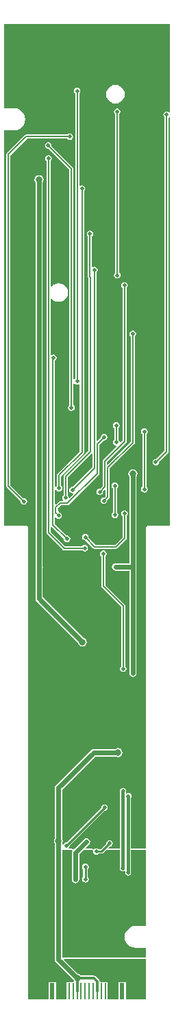
<source format=gbl>
%FSLAX25Y25*%
%MOIN*%
G70*
G01*
G75*
G04 Layer_Physical_Order=2*
G04 Layer_Color=16711680*
%ADD10C,0.05906*%
%ADD11R,0.02362X0.02756*%
%ADD12R,0.02756X0.02362*%
%ADD13R,0.03150X0.03937*%
%ADD14R,0.03937X0.03150*%
%ADD15R,0.02559X0.02165*%
%ADD16R,0.02165X0.02559*%
%ADD17R,0.03543X0.03150*%
%ADD18R,0.03543X0.03150*%
%ADD19R,0.01575X0.03937*%
%ADD20O,0.01181X0.07874*%
%ADD21R,0.01181X0.07874*%
%ADD22R,0.03937X0.01575*%
%ADD23R,0.02362X0.07874*%
%ADD24R,0.01063X0.07874*%
%ADD25R,0.05118X0.05118*%
%ADD26R,0.00787X0.02362*%
%ADD27R,0.00787X0.03150*%
%ADD28R,0.02362X0.00787*%
%ADD29R,0.03150X0.00787*%
%ADD30R,0.05118X0.15748*%
%ADD31R,0.03150X0.03543*%
%ADD32R,0.03150X0.03543*%
%ADD33R,0.06299X0.07480*%
%ADD34R,0.02756X0.13386*%
%ADD35R,0.02756X0.06102*%
%ADD36R,0.07874X0.10000*%
%ADD37R,0.04724X0.03937*%
%ADD38R,0.07480X0.06299*%
%ADD39R,0.13386X0.02756*%
%ADD40C,0.00787*%
%ADD41C,0.02362*%
%ADD42C,0.01000*%
%ADD43C,0.01575*%
%ADD44C,0.01181*%
%ADD45C,0.01969*%
%ADD46C,0.03150*%
G36*
X69863Y-439548D02*
X64961D01*
Y-439521D01*
X63573Y-439704D01*
X62280Y-440239D01*
X61170Y-441091D01*
X60318Y-442202D01*
X59782Y-443495D01*
X59600Y-444882D01*
X59782Y-446270D01*
X60318Y-447563D01*
X61170Y-448673D01*
X62280Y-449525D01*
X63573Y-450060D01*
X64961Y-450243D01*
Y-450216D01*
X69863D01*
Y-454800D01*
X29287D01*
Y-402700D01*
X33961D01*
X34197Y-403141D01*
X34109Y-403272D01*
X33972Y-403963D01*
Y-417017D01*
X34109Y-417709D01*
X34501Y-418295D01*
X35087Y-418686D01*
X35778Y-418824D01*
X36469Y-418686D01*
X37055Y-418295D01*
X37447Y-417709D01*
X37584Y-417017D01*
Y-404711D01*
X39596Y-402700D01*
X43979D01*
X44297Y-403087D01*
X44260Y-403268D01*
X44383Y-403882D01*
X44731Y-404403D01*
X45252Y-404751D01*
X45866Y-404873D01*
X46481Y-404751D01*
X47001Y-404403D01*
X47017Y-404380D01*
X48432D01*
X48432Y-404380D01*
X48858Y-404295D01*
X49218Y-404054D01*
X50573Y-402700D01*
X57375D01*
Y-411614D01*
X57481Y-412152D01*
X57786Y-412608D01*
X58242Y-412912D01*
X58780Y-413019D01*
X59317Y-412912D01*
X59534Y-412768D01*
X59975Y-413003D01*
Y-413680D01*
X60082Y-414217D01*
X60386Y-414673D01*
X60842Y-414978D01*
X61380Y-415085D01*
X61917Y-414978D01*
X62373Y-414673D01*
X62678Y-414217D01*
X62785Y-413680D01*
Y-402700D01*
X69863D01*
Y-439548D01*
D02*
G37*
G36*
X81674Y-43597D02*
X81214Y-43904D01*
X80693Y-43556D01*
X80079Y-43434D01*
X79464Y-43556D01*
X78943Y-43904D01*
X78595Y-44425D01*
X78473Y-45039D01*
X78595Y-45654D01*
X78943Y-46175D01*
X79075Y-46263D01*
Y-208403D01*
X74996Y-212483D01*
X74810Y-212446D01*
X74195Y-212568D01*
X73675Y-212916D01*
X73327Y-213437D01*
X73204Y-214052D01*
X73327Y-214666D01*
X73675Y-215187D01*
X74195Y-215535D01*
X74810Y-215657D01*
X75424Y-215535D01*
X75945Y-215187D01*
X76293Y-214666D01*
X76416Y-214052D01*
X76391Y-213926D01*
X80788Y-209528D01*
X81006Y-209203D01*
X81082Y-208819D01*
Y-46617D01*
X81523Y-46381D01*
X81674Y-46482D01*
Y-245060D01*
X70866D01*
X70482Y-245136D01*
X70157Y-245354D01*
X69939Y-245679D01*
X69863Y-246063D01*
Y-402061D01*
X62785D01*
Y-377226D01*
X62863Y-377109D01*
X62985Y-376494D01*
X62863Y-375880D01*
X62515Y-375359D01*
X61994Y-375011D01*
X61380Y-374889D01*
X60765Y-375011D01*
X60625Y-375104D01*
X60185Y-374869D01*
Y-374807D01*
X60302Y-374630D01*
X60425Y-374016D01*
X60302Y-373401D01*
X59954Y-372880D01*
X59433Y-372532D01*
X58819Y-372410D01*
X58204Y-372532D01*
X57683Y-372880D01*
X57336Y-373401D01*
X57213Y-374016D01*
X57336Y-374630D01*
X57375Y-374689D01*
Y-402061D01*
X51865D01*
X51674Y-401599D01*
X52272Y-401000D01*
X52300Y-401006D01*
X52915Y-400883D01*
X53435Y-400535D01*
X53783Y-400014D01*
X53906Y-399400D01*
X53783Y-398785D01*
X53435Y-398265D01*
X52915Y-397917D01*
X52300Y-397794D01*
X51686Y-397917D01*
X51165Y-398265D01*
X50817Y-398785D01*
X50694Y-399400D01*
X50700Y-399428D01*
X47972Y-402156D01*
X47017D01*
X47001Y-402132D01*
X46481Y-401784D01*
X45866Y-401662D01*
X45252Y-401784D01*
X44731Y-402132D01*
X44627Y-402287D01*
X44624Y-402286D01*
X44431Y-402248D01*
D01*
D01*
D01*
Y-402248D01*
X44232Y-402166D01*
X44042Y-402064D01*
X44010Y-402073D01*
X43979Y-402061D01*
X40888D01*
X40697Y-401599D01*
X42290Y-400006D01*
X42681Y-399420D01*
X42819Y-398729D01*
X42681Y-398038D01*
X42290Y-397452D01*
X41704Y-397060D01*
X41012Y-396922D01*
X40321Y-397060D01*
X39735Y-397452D01*
X35310Y-401876D01*
X34413Y-402248D01*
D01*
D01*
X34268Y-402188D01*
X34146Y-402088D01*
X34050Y-402098D01*
X33961Y-402061D01*
X32711D01*
X32599Y-401893D01*
X32453Y-401620D01*
X32783Y-401126D01*
X32905Y-400512D01*
X32899Y-400484D01*
X49815Y-383569D01*
X49843Y-383574D01*
X50457Y-383452D01*
X50978Y-383104D01*
X51326Y-382583D01*
X51448Y-381968D01*
X51326Y-381354D01*
X50978Y-380833D01*
X50457Y-380485D01*
X49843Y-380363D01*
X49228Y-380485D01*
X48707Y-380833D01*
X48359Y-381354D01*
X48237Y-381968D01*
X48242Y-381996D01*
X31327Y-398912D01*
X31299Y-398906D01*
X30685Y-399028D01*
X30164Y-399376D01*
X29816Y-399897D01*
X29784Y-400056D01*
X29287Y-400007D01*
Y-399221D01*
X29480Y-398931D01*
X29648Y-398087D01*
X29480Y-397242D01*
X29287Y-396952D01*
Y-373110D01*
X45315Y-357082D01*
X55223D01*
X55572Y-357315D01*
X56417Y-357483D01*
X57262Y-357315D01*
X57978Y-356837D01*
X58457Y-356120D01*
X58625Y-355276D01*
X58457Y-354431D01*
X57978Y-353714D01*
X57262Y-353236D01*
X56417Y-353068D01*
X55572Y-353236D01*
X55223Y-353469D01*
X44567D01*
X43876Y-353607D01*
X43290Y-353998D01*
X26203Y-371085D01*
X25811Y-371671D01*
X25674Y-372362D01*
X25674Y-372362D01*
X25674D01*
X25674Y-372362D01*
X25674D01*
Y-396833D01*
X25401Y-397242D01*
X25233Y-398087D01*
X25401Y-398931D01*
X25674Y-399340D01*
Y-455801D01*
X25811Y-456493D01*
X26203Y-457079D01*
X34439Y-465315D01*
X34521Y-465727D01*
X34952Y-466371D01*
X34716Y-466812D01*
X31450D01*
Y-475375D01*
X26194D01*
Y-466812D01*
X22650D01*
Y-475375D01*
X12815D01*
Y-246063D01*
X12738Y-245679D01*
X12521Y-245354D01*
X12195Y-245136D01*
X11811Y-245060D01*
X1003D01*
Y-52578D01*
X5906D01*
Y-52605D01*
X7293Y-52422D01*
X8586Y-51887D01*
X9696Y-51035D01*
X10548Y-49924D01*
X11084Y-48632D01*
X11266Y-47244D01*
X11084Y-45857D01*
X10548Y-44564D01*
X9696Y-43453D01*
X8586Y-42601D01*
X7293Y-42066D01*
X5906Y-41883D01*
Y-41910D01*
X1003D01*
Y-1003D01*
X81674D01*
Y-43597D01*
D02*
G37*
G36*
X69863Y-475375D02*
X60210D01*
Y-466812D01*
X56666D01*
Y-475375D01*
X51410D01*
Y-466812D01*
X48673D01*
X47556Y-466589D01*
X47464Y-466128D01*
X47203Y-465737D01*
X47203Y-465737D01*
X45496Y-464030D01*
X45105Y-463769D01*
X44644Y-463678D01*
X44644Y-463678D01*
X38360D01*
X38122Y-463321D01*
X37406Y-462842D01*
X36994Y-462760D01*
X30135Y-455901D01*
X30326Y-455439D01*
X69863D01*
Y-475375D01*
D02*
G37*
%LPC*%
G36*
X17992Y-74406D02*
X17147Y-74575D01*
X16431Y-75053D01*
X15952Y-75769D01*
X15784Y-76614D01*
X15952Y-77459D01*
X16186Y-77808D01*
Y-265015D01*
Y-280394D01*
X16186Y-280394D01*
X16186D01*
X16323Y-281085D01*
X16715Y-281671D01*
X36933Y-301890D01*
X37015Y-302302D01*
X37494Y-303018D01*
X38210Y-303496D01*
X39055Y-303664D01*
X39900Y-303496D01*
X40616Y-303018D01*
X41095Y-302302D01*
X41263Y-301457D01*
X41095Y-300612D01*
X40616Y-299896D01*
X39900Y-299417D01*
X39488Y-299335D01*
X19798Y-279645D01*
Y-265252D01*
X19838Y-265054D01*
X19798Y-264856D01*
Y-77808D01*
X20032Y-77459D01*
X20200Y-76614D01*
X20032Y-75769D01*
X19553Y-75053D01*
X18837Y-74575D01*
X17992Y-74406D01*
D02*
G37*
G36*
X59606Y-237410D02*
X58992Y-237532D01*
X58471Y-237880D01*
X58123Y-238401D01*
X58001Y-239016D01*
X58123Y-239630D01*
X58471Y-240151D01*
X58603Y-240239D01*
Y-250458D01*
X54978Y-254083D01*
X45463D01*
X42069Y-250689D01*
X42100Y-250534D01*
X41978Y-249919D01*
X41630Y-249398D01*
X41109Y-249050D01*
X40494Y-248928D01*
X39880Y-249050D01*
X39359Y-249398D01*
X39011Y-249919D01*
X38889Y-250534D01*
X39011Y-251148D01*
X39359Y-251669D01*
X39880Y-252017D01*
X40494Y-252139D01*
X40650Y-252109D01*
X44337Y-255796D01*
X44555Y-255941D01*
X44663Y-256013D01*
X45047Y-256090D01*
X55394D01*
X55778Y-256013D01*
X56103Y-255796D01*
X60316Y-251583D01*
X60533Y-251258D01*
X60610Y-250874D01*
X60610Y-250874D01*
X60610Y-250874D01*
Y-250874D01*
Y-240239D01*
X60742Y-240151D01*
X61090Y-239630D01*
X61212Y-239016D01*
X61090Y-238401D01*
X60742Y-237880D01*
X60221Y-237532D01*
X59606Y-237410D01*
D02*
G37*
G36*
X49213Y-256938D02*
X48598Y-257060D01*
X48077Y-257408D01*
X47729Y-257929D01*
X47607Y-258543D01*
X47729Y-259158D01*
X48077Y-259679D01*
X48209Y-259767D01*
Y-274213D01*
X48209Y-274213D01*
X48209D01*
X48285Y-274597D01*
X48503Y-274922D01*
X57954Y-284373D01*
Y-313205D01*
X57822Y-313293D01*
X57474Y-313814D01*
X57352Y-314428D01*
X57474Y-315042D01*
X57822Y-315563D01*
X58343Y-315912D01*
X58958Y-316034D01*
X59572Y-315912D01*
X60093Y-315563D01*
X60441Y-315042D01*
X60563Y-314428D01*
X60441Y-313814D01*
X60093Y-313293D01*
X59961Y-313205D01*
Y-283958D01*
X59885Y-283574D01*
X59813Y-283466D01*
X59667Y-283248D01*
X50216Y-273797D01*
Y-259767D01*
X50348Y-259679D01*
X50696Y-259158D01*
X50818Y-258543D01*
X50696Y-257929D01*
X50348Y-257408D01*
X49827Y-257060D01*
X49213Y-256938D01*
D02*
G37*
G36*
X40551Y-409221D02*
X39937Y-409343D01*
X39416Y-409691D01*
X39068Y-410212D01*
X38945Y-410827D01*
X39068Y-411441D01*
X39416Y-411962D01*
X39439Y-411978D01*
Y-415699D01*
X39416Y-415715D01*
X39068Y-416236D01*
X38945Y-416850D01*
X39068Y-417465D01*
X39416Y-417986D01*
X39937Y-418334D01*
X40551Y-418456D01*
X41166Y-418334D01*
X41686Y-417986D01*
X42035Y-417465D01*
X42157Y-416850D01*
X42035Y-416236D01*
X41686Y-415715D01*
X41663Y-415699D01*
Y-411978D01*
X41686Y-411962D01*
X42035Y-411441D01*
X42157Y-410827D01*
X42035Y-410212D01*
X41686Y-409691D01*
X41166Y-409343D01*
X40551Y-409221D01*
D02*
G37*
G36*
X63661Y-217452D02*
X62817Y-217620D01*
X62100Y-218098D01*
X61622Y-218814D01*
X61454Y-219659D01*
X61622Y-220504D01*
X61855Y-220853D01*
Y-263154D01*
X55197D01*
X54506Y-263292D01*
X53920Y-263683D01*
X53528Y-264269D01*
X53391Y-264961D01*
X53528Y-265652D01*
X53920Y-266238D01*
X54506Y-266630D01*
X55197Y-266767D01*
X61855D01*
Y-316614D01*
X61993Y-317305D01*
X62384Y-317892D01*
X62970Y-318283D01*
X63661Y-318421D01*
X64353Y-318283D01*
X64939Y-317892D01*
X65330Y-317305D01*
X65468Y-316614D01*
Y-264961D01*
Y-220853D01*
X65701Y-220504D01*
X65869Y-219659D01*
X65701Y-218814D01*
X65223Y-218098D01*
X64506Y-217620D01*
X63661Y-217452D01*
D02*
G37*
G36*
X54921Y-223867D02*
X54307Y-223989D01*
X53786Y-224337D01*
X53438Y-224858D01*
X53316Y-225472D01*
X53438Y-226087D01*
X53786Y-226608D01*
X53918Y-226696D01*
Y-238383D01*
X53786Y-238471D01*
X53438Y-238992D01*
X53316Y-239606D01*
X53438Y-240221D01*
X53786Y-240742D01*
X54307Y-241090D01*
X54921Y-241212D01*
X55536Y-241090D01*
X56057Y-240742D01*
X56405Y-240221D01*
X56527Y-239606D01*
X56405Y-238992D01*
X56057Y-238471D01*
X55925Y-238383D01*
Y-226696D01*
X56057Y-226608D01*
X56405Y-226087D01*
X56527Y-225472D01*
X56405Y-224858D01*
X56057Y-224337D01*
X55536Y-223989D01*
X54921Y-223867D01*
D02*
G37*
G36*
X55984Y-41977D02*
X55370Y-42099D01*
X54849Y-42447D01*
X54501Y-42968D01*
X54379Y-43583D01*
X54501Y-44197D01*
X54849Y-44718D01*
X55059Y-44859D01*
Y-121887D01*
X54928Y-121975D01*
X54580Y-122496D01*
X54457Y-123110D01*
X54580Y-123725D01*
X54928Y-124246D01*
X55449Y-124594D01*
X56063Y-124716D01*
X56677Y-124594D01*
X57198Y-124246D01*
X57546Y-123725D01*
X57669Y-123110D01*
X57546Y-122496D01*
X57198Y-121975D01*
X57067Y-121887D01*
Y-44754D01*
X57120Y-44718D01*
X57468Y-44197D01*
X57590Y-43583D01*
X57468Y-42968D01*
X57120Y-42447D01*
X56599Y-42099D01*
X55984Y-41977D01*
D02*
G37*
G36*
X32913Y-54103D02*
X32299Y-54225D01*
X31778Y-54573D01*
X31690Y-54705D01*
X11772D01*
X11388Y-54782D01*
X11280Y-54854D01*
X11062Y-54999D01*
X2401Y-63661D01*
X2183Y-63986D01*
X2107Y-64370D01*
Y-225630D01*
X2107Y-225630D01*
X2107D01*
X2183Y-226014D01*
X2401Y-226340D01*
X9016Y-232955D01*
X8985Y-233110D01*
X9107Y-233725D01*
X9455Y-234246D01*
X9976Y-234594D01*
X10591Y-234716D01*
X11205Y-234594D01*
X11726Y-234246D01*
X12074Y-233725D01*
X12196Y-233110D01*
X12074Y-232496D01*
X11726Y-231975D01*
X11205Y-231627D01*
X10591Y-231505D01*
X10435Y-231536D01*
X4114Y-225214D01*
Y-64786D01*
X12187Y-56712D01*
X31690D01*
X31778Y-56844D01*
X32299Y-57192D01*
X32913Y-57314D01*
X33528Y-57192D01*
X34049Y-56844D01*
X34397Y-56323D01*
X34519Y-55709D01*
X34397Y-55094D01*
X34049Y-54573D01*
X33528Y-54225D01*
X32913Y-54103D01*
D02*
G37*
G36*
X55118Y-30473D02*
X53936Y-30628D01*
X52835Y-31085D01*
X51889Y-31810D01*
X51163Y-32756D01*
X50707Y-33858D01*
X50551Y-35039D01*
X50707Y-36221D01*
X51163Y-37323D01*
X51889Y-38269D01*
X52835Y-38994D01*
X53936Y-39450D01*
X55118Y-39606D01*
X56300Y-39450D01*
X57402Y-38994D01*
X58347Y-38269D01*
X59073Y-37323D01*
X59529Y-36221D01*
X59685Y-35039D01*
X59529Y-33858D01*
X59073Y-32756D01*
X58347Y-31810D01*
X57402Y-31085D01*
X56300Y-30628D01*
X55118Y-30473D01*
D02*
G37*
G36*
X36496Y-31898D02*
X35882Y-32021D01*
X35361Y-32369D01*
X35013Y-32890D01*
X34890Y-33504D01*
X35013Y-34118D01*
X35361Y-34639D01*
X35493Y-34727D01*
Y-173419D01*
X35091Y-173717D01*
X34744Y-173612D01*
Y-71260D01*
X34680Y-70939D01*
X34667Y-70876D01*
X34450Y-70550D01*
X24055Y-60155D01*
X24086Y-60000D01*
X23964Y-59386D01*
X23616Y-58865D01*
X23095Y-58517D01*
X22480Y-58394D01*
X21866Y-58517D01*
X21345Y-58865D01*
X20997Y-59386D01*
X20875Y-60000D01*
X20997Y-60615D01*
X21345Y-61135D01*
X21866Y-61483D01*
X22480Y-61606D01*
X22636Y-61575D01*
X32737Y-71675D01*
Y-186296D01*
X32605Y-186384D01*
X32257Y-186905D01*
X32135Y-187520D01*
X32257Y-188134D01*
X32605Y-188655D01*
X33126Y-189003D01*
X33740Y-189125D01*
X34355Y-189003D01*
X34876Y-188655D01*
X35224Y-188134D01*
X35346Y-187520D01*
X35224Y-186905D01*
X34876Y-186384D01*
X34744Y-186296D01*
Y-175758D01*
X35222Y-175613D01*
X35361Y-175820D01*
X35882Y-176169D01*
X36496Y-176291D01*
X37110Y-176169D01*
X37374Y-175992D01*
X37815Y-176228D01*
Y-208836D01*
X27007Y-219645D01*
X26789Y-219970D01*
X26713Y-220354D01*
Y-225469D01*
X26581Y-225557D01*
X26246Y-226060D01*
X25767Y-225914D01*
Y-164610D01*
X26017Y-164443D01*
X26365Y-163922D01*
X26487Y-163307D01*
X26365Y-162693D01*
X26017Y-162172D01*
X25496Y-161824D01*
X24882Y-161701D01*
X24267Y-161824D01*
X24043Y-161974D01*
X23602Y-161738D01*
Y-134554D01*
X24075Y-134394D01*
X24330Y-134725D01*
X25276Y-135451D01*
X26377Y-135907D01*
X27559Y-136063D01*
X28741Y-135907D01*
X29842Y-135451D01*
X30788Y-134725D01*
X31514Y-133779D01*
X31970Y-132678D01*
X32126Y-131496D01*
X31970Y-130314D01*
X31514Y-129213D01*
X30788Y-128267D01*
X29842Y-127541D01*
X28741Y-127085D01*
X27559Y-126929D01*
X26377Y-127085D01*
X25276Y-127541D01*
X24330Y-128267D01*
X24075Y-128599D01*
X23602Y-128438D01*
Y-67523D01*
X23734Y-67435D01*
X24082Y-66914D01*
X24204Y-66299D01*
X24082Y-65685D01*
X23734Y-65164D01*
X23213Y-64816D01*
X22598Y-64694D01*
X21984Y-64816D01*
X21463Y-65164D01*
X21115Y-65685D01*
X20993Y-66299D01*
X21115Y-66914D01*
X21463Y-67435D01*
X21595Y-67523D01*
Y-248307D01*
X21595Y-248307D01*
X21595D01*
X21671Y-248691D01*
X21889Y-249017D01*
X29448Y-256576D01*
X29773Y-256793D01*
X30158Y-256870D01*
X38934D01*
X39022Y-257001D01*
X39543Y-257350D01*
X40157Y-257472D01*
X40772Y-257350D01*
X41293Y-257001D01*
X41641Y-256481D01*
X41763Y-255866D01*
X41641Y-255252D01*
X41293Y-254731D01*
X40772Y-254383D01*
X40157Y-254260D01*
X39543Y-254383D01*
X39022Y-254731D01*
X38934Y-254863D01*
X30573D01*
X23602Y-247891D01*
Y-245500D01*
X24000Y-245234D01*
X24064Y-245208D01*
X30000Y-251144D01*
X29969Y-251299D01*
X30091Y-251914D01*
X30439Y-252435D01*
X30960Y-252783D01*
X31575Y-252905D01*
X32189Y-252783D01*
X32710Y-252435D01*
X33058Y-251914D01*
X33180Y-251299D01*
X33058Y-250685D01*
X32710Y-250164D01*
X32189Y-249816D01*
X31575Y-249694D01*
X31419Y-249725D01*
X25767Y-244073D01*
Y-241034D01*
X26246Y-240889D01*
X26384Y-241096D01*
X26905Y-241444D01*
X27520Y-241566D01*
X28134Y-241444D01*
X28655Y-241096D01*
X29003Y-240575D01*
X29125Y-239961D01*
X29003Y-239346D01*
X28655Y-238825D01*
X28134Y-238477D01*
X27520Y-238355D01*
X27145Y-236472D01*
Y-236439D01*
X28644Y-234941D01*
X31811D01*
X32195Y-234864D01*
X32521Y-234647D01*
X47048Y-220119D01*
X47266Y-219794D01*
X47278Y-219730D01*
X47342Y-219409D01*
Y-205534D01*
X49490Y-203386D01*
X49646Y-203417D01*
X50260Y-203294D01*
X50781Y-202946D01*
X51129Y-202426D01*
X51251Y-201811D01*
X51129Y-201197D01*
X50781Y-200676D01*
X50260Y-200328D01*
X49646Y-200205D01*
X49031Y-200328D01*
X48510Y-200676D01*
X48162Y-201197D01*
X48040Y-201811D01*
X48071Y-201967D01*
X46426Y-203611D01*
X45964Y-203420D01*
Y-121853D01*
X46096Y-121765D01*
X46444Y-121244D01*
X46566Y-120630D01*
X46444Y-120016D01*
X46096Y-119495D01*
X45575Y-119147D01*
X44961Y-119024D01*
X44346Y-119147D01*
X44240Y-119218D01*
X43799Y-118982D01*
Y-104216D01*
X43931Y-104128D01*
X44279Y-103607D01*
X44401Y-102992D01*
X44279Y-102378D01*
X43931Y-101857D01*
X43410Y-101509D01*
X42795Y-101386D01*
X42181Y-101509D01*
X41660Y-101857D01*
X41312Y-102378D01*
X41190Y-102992D01*
X41312Y-103607D01*
X41660Y-104128D01*
X41792Y-104216D01*
Y-123791D01*
X41792Y-123791D01*
X41792D01*
X41868Y-124175D01*
X41870Y-124179D01*
Y-208403D01*
X30117Y-220157D01*
X29900Y-220482D01*
X29823Y-220866D01*
Y-230154D01*
X29691Y-230243D01*
X29343Y-230764D01*
X29221Y-231378D01*
X29343Y-231992D01*
X29678Y-232492D01*
X29566Y-232700D01*
X29411Y-232933D01*
X28228D01*
X27908Y-232997D01*
X27844Y-233010D01*
X27519Y-233227D01*
X26229Y-234517D01*
X25767Y-234326D01*
Y-227471D01*
X26246Y-227326D01*
X26581Y-227828D01*
X27102Y-228176D01*
X27716Y-228299D01*
X28331Y-228176D01*
X28852Y-227828D01*
X29200Y-227307D01*
X29322Y-226693D01*
X29200Y-226079D01*
X28852Y-225557D01*
X28720Y-225469D01*
Y-220770D01*
X39529Y-209962D01*
X39746Y-209636D01*
X39822Y-209252D01*
Y-82208D01*
X39954Y-82120D01*
X40302Y-81599D01*
X40424Y-80984D01*
X40302Y-80370D01*
X39954Y-79849D01*
X39433Y-79501D01*
X38819Y-79379D01*
X38204Y-79501D01*
X37941Y-79677D01*
X37500Y-79441D01*
Y-34727D01*
X37631Y-34639D01*
X37980Y-34118D01*
X38102Y-33504D01*
X37980Y-32890D01*
X37631Y-32369D01*
X37110Y-32021D01*
X36496Y-31898D01*
D02*
G37*
G36*
X69252Y-197568D02*
X68638Y-197690D01*
X68117Y-198038D01*
X67769Y-198559D01*
X67646Y-199173D01*
X67769Y-199788D01*
X68117Y-200309D01*
X68248Y-200397D01*
Y-225981D01*
X68117Y-226069D01*
X67769Y-226590D01*
X67646Y-227205D01*
X67769Y-227819D01*
X68117Y-228340D01*
X68638Y-228688D01*
X69252Y-228810D01*
X69866Y-228688D01*
X70387Y-228340D01*
X70735Y-227819D01*
X70858Y-227205D01*
X70735Y-226590D01*
X70387Y-226069D01*
X70256Y-225981D01*
Y-200397D01*
X70387Y-200309D01*
X70735Y-199788D01*
X70858Y-199173D01*
X70735Y-198559D01*
X70387Y-198038D01*
X69866Y-197690D01*
X69252Y-197568D01*
D02*
G37*
G36*
X59595Y-126415D02*
X58981Y-126537D01*
X58460Y-126885D01*
X58112Y-127406D01*
X57990Y-128021D01*
X58112Y-128635D01*
X58460Y-129156D01*
X58592Y-129244D01*
Y-203403D01*
X57649Y-204346D01*
X57170Y-204201D01*
X57074Y-203716D01*
X56726Y-203195D01*
X56594Y-203107D01*
Y-197405D01*
X56726Y-197317D01*
X57074Y-196796D01*
X57196Y-196181D01*
X57074Y-195567D01*
X56726Y-195046D01*
X56205Y-194698D01*
X55590Y-194576D01*
X54976Y-194698D01*
X54455Y-195046D01*
X54107Y-195567D01*
X53985Y-196181D01*
X54107Y-196796D01*
X54455Y-197317D01*
X54587Y-197405D01*
Y-203107D01*
X54455Y-203195D01*
X54107Y-203716D01*
X53985Y-204331D01*
X54107Y-204945D01*
X54455Y-205466D01*
X54976Y-205814D01*
X55461Y-205911D01*
X55606Y-206389D01*
X49290Y-212705D01*
X49073Y-213030D01*
X48996Y-213414D01*
Y-225569D01*
X47675Y-226890D01*
X47520Y-226859D01*
X46905Y-226981D01*
X46384Y-227329D01*
X46036Y-227850D01*
X45914Y-228465D01*
X46036Y-229079D01*
X46384Y-229600D01*
X46905Y-229948D01*
X47520Y-230070D01*
X48134Y-229948D01*
X48655Y-229600D01*
X49003Y-229079D01*
X49125Y-228465D01*
X49094Y-228309D01*
X49913Y-227491D01*
X50374Y-227682D01*
Y-230446D01*
X49642Y-231179D01*
X49486Y-231148D01*
X48872Y-231270D01*
X48351Y-231618D01*
X48003Y-232139D01*
X47881Y-232754D01*
X48003Y-233368D01*
X48351Y-233889D01*
X48872Y-234237D01*
X49486Y-234360D01*
X50101Y-234237D01*
X50621Y-233889D01*
X50970Y-233368D01*
X51092Y-232754D01*
X51061Y-232598D01*
X52087Y-231572D01*
X52233Y-231354D01*
X52305Y-231246D01*
X52381Y-230862D01*
Y-217069D01*
X64332Y-205119D01*
X64549Y-204794D01*
X64562Y-204730D01*
X64626Y-204409D01*
Y-152838D01*
X64757Y-152750D01*
X65105Y-152229D01*
X65228Y-151614D01*
X65105Y-151000D01*
X64757Y-150479D01*
X64236Y-150131D01*
X63622Y-150008D01*
X63008Y-150131D01*
X62487Y-150479D01*
X62139Y-151000D01*
X62016Y-151614D01*
X62139Y-152229D01*
X62487Y-152750D01*
X62618Y-152838D01*
Y-203994D01*
X51465Y-215147D01*
X51003Y-214955D01*
Y-213830D01*
X60305Y-204528D01*
X60523Y-204203D01*
X60599Y-203819D01*
X60599Y-203819D01*
X60599Y-203819D01*
Y-203819D01*
Y-129244D01*
X60731Y-129156D01*
X61079Y-128635D01*
X61201Y-128021D01*
X61079Y-127406D01*
X60731Y-126885D01*
X60210Y-126537D01*
X59595Y-126415D01*
D02*
G37*
%LPD*%
G36*
X43957Y-209808D02*
Y-216361D01*
X34351Y-225967D01*
X34195Y-225936D01*
X33581Y-226058D01*
X33060Y-226406D01*
X32712Y-226927D01*
X32590Y-227542D01*
X32712Y-228156D01*
X33060Y-228677D01*
X33581Y-229025D01*
X34195Y-229147D01*
X34582Y-229070D01*
X34817Y-229511D01*
X32893Y-231435D01*
X32415Y-231290D01*
X32310Y-230764D01*
X31962Y-230243D01*
X31830Y-230154D01*
Y-221282D01*
X43495Y-209617D01*
X43957Y-209808D01*
D02*
G37*
D23*
X58438Y-471340D02*
D03*
X24422D02*
D03*
D24*
X42414D02*
D03*
X44383D02*
D03*
X46351D02*
D03*
X48320D02*
D03*
X50288D02*
D03*
X52257D02*
D03*
X40446D02*
D03*
X38477D02*
D03*
X36509D02*
D03*
X34540D02*
D03*
X32572D02*
D03*
X30603D02*
D03*
D40*
X55590Y-204331D02*
Y-196181D01*
X46339Y-219409D02*
Y-205118D01*
X31811Y-233937D02*
X46339Y-219409D01*
X28228Y-233937D02*
X31811D01*
X26142Y-236024D02*
X28228Y-233937D01*
X26142Y-238583D02*
Y-236024D01*
Y-238583D02*
X27520Y-239961D01*
X46339Y-205118D02*
X49646Y-201811D01*
X55984Y-43583D02*
X56063Y-43661D01*
Y-123110D02*
Y-43661D01*
X24764Y-244488D02*
X31575Y-251299D01*
X22598Y-248307D02*
X30158Y-255866D01*
X40157D01*
X22598Y-248307D02*
Y-66299D01*
X22480Y-60000D02*
X33740Y-71260D01*
Y-187520D02*
Y-71260D01*
X36496Y-174685D02*
Y-33504D01*
X11772Y-55709D02*
X32913D01*
X3110Y-64370D02*
X11772Y-55709D01*
X3110Y-225630D02*
Y-64370D01*
Y-225630D02*
X10591Y-233110D01*
X38819Y-209252D02*
Y-80984D01*
X27716Y-220354D02*
X38819Y-209252D01*
X27716Y-226693D02*
Y-220354D01*
X30827Y-231378D02*
Y-220866D01*
X42795Y-123791D02*
Y-102992D01*
X42874Y-208819D02*
Y-123870D01*
X30827Y-220866D02*
X42874Y-208819D01*
X42795Y-123791D02*
X42874Y-123870D01*
X74810Y-214052D02*
X74846D01*
X80079Y-208819D01*
Y-45039D01*
X44961Y-216776D02*
Y-120630D01*
X34195Y-227542D02*
X44961Y-216776D01*
X69252Y-227205D02*
Y-199173D01*
X59606Y-250874D02*
Y-239016D01*
X55394Y-255086D02*
X59606Y-250874D01*
X45047Y-255086D02*
X55394D01*
X40494Y-250534D02*
X45047Y-255086D01*
X54921Y-239606D02*
Y-225472D01*
X59595Y-203819D02*
Y-128021D01*
X50000Y-213414D02*
X59595Y-203819D01*
X50000Y-225984D02*
Y-213414D01*
X47520Y-228465D02*
X50000Y-225984D01*
X63622Y-204409D02*
Y-151614D01*
X51378Y-216653D02*
X63622Y-204409D01*
X51378Y-230862D02*
Y-216653D01*
X49486Y-232754D02*
X51378Y-230862D01*
X58958Y-314428D02*
Y-283958D01*
X49213Y-274213D02*
X58958Y-283958D01*
X49213Y-274213D02*
Y-258543D01*
X24764Y-244488D02*
Y-163425D01*
D41*
X27480Y-455801D02*
X36561Y-464882D01*
X55197Y-264961D02*
X63661D01*
Y-219659D01*
Y-316614D02*
Y-264961D01*
X17992Y-265015D02*
X18032Y-265054D01*
X17992Y-265015D02*
Y-76614D01*
X27480Y-372362D02*
X44567Y-355276D01*
X56417D01*
X27480Y-455801D02*
Y-372362D01*
X17992Y-280394D02*
Y-265015D01*
Y-280394D02*
X39055Y-301457D01*
X35778Y-403963D02*
X41012Y-398729D01*
X35778Y-417017D02*
Y-403963D01*
D42*
X40551Y-416850D02*
Y-410827D01*
X31299Y-400512D02*
X49843Y-381968D01*
X45866Y-403268D02*
X48432D01*
X52300Y-399400D01*
D43*
X58780Y-411614D02*
Y-374055D01*
X61380Y-413680D02*
Y-376494D01*
D44*
X46351Y-471340D02*
Y-466589D01*
X44644Y-464882D02*
X46351Y-466589D01*
X36561Y-464882D02*
X44644D01*
X36509Y-471340D02*
Y-464934D01*
D45*
X23110Y-257638D02*
D03*
X33150Y-247835D02*
D03*
X32953Y-259409D02*
D03*
X36772Y-253465D02*
D03*
X46384Y-250506D02*
D03*
X55590Y-196181D02*
D03*
Y-204331D02*
D03*
X27520Y-239961D02*
D03*
X49646Y-201811D02*
D03*
X56575Y-247362D02*
D03*
X34488Y-221890D02*
D03*
X55984Y-43583D02*
D03*
X56063Y-123110D02*
D03*
X24882Y-163307D02*
D03*
X31575Y-251299D02*
D03*
X40157Y-255866D02*
D03*
X22598Y-66299D02*
D03*
X22480Y-60000D02*
D03*
X33740Y-187520D02*
D03*
X36496Y-33504D02*
D03*
Y-174685D02*
D03*
X32913Y-55709D02*
D03*
X10591Y-233110D02*
D03*
X38819Y-80984D02*
D03*
X27716Y-226693D02*
D03*
X42795Y-102992D02*
D03*
X74810Y-214052D02*
D03*
X80079Y-45039D02*
D03*
X44961Y-120630D02*
D03*
X34195Y-227542D02*
D03*
X30827Y-231378D02*
D03*
X69252Y-199173D02*
D03*
Y-227205D02*
D03*
X59606Y-239016D02*
D03*
X40494Y-250534D02*
D03*
X49213Y-258543D02*
D03*
X54921Y-225472D02*
D03*
X59595Y-128021D02*
D03*
X47520Y-228465D02*
D03*
X63622Y-151614D02*
D03*
X49486Y-232754D02*
D03*
X59488Y-233740D02*
D03*
X54921Y-239606D02*
D03*
X41693Y-237717D02*
D03*
Y-240394D02*
D03*
X39134Y-237717D02*
D03*
Y-240394D02*
D03*
X52300Y-399400D02*
D03*
X54331Y-133031D02*
D03*
X30394Y-35512D02*
D03*
X30709Y-163425D02*
D03*
X31811Y-396339D02*
D03*
X15472Y-399701D02*
D03*
X14488Y-385961D02*
D03*
X36535Y-378283D02*
D03*
X51575Y-313228D02*
D03*
X66850Y-461299D02*
D03*
X58701Y-457126D02*
D03*
X66850D02*
D03*
X62638Y-457087D02*
D03*
X67874Y-309842D02*
D03*
X67559Y-328622D02*
D03*
X31850Y-274252D02*
D03*
X25354Y-277441D02*
D03*
X55905Y-258504D02*
D03*
X40905Y-124764D02*
D03*
X75945Y-157874D02*
D03*
X42992Y-214055D02*
D03*
X62520Y-214134D02*
D03*
X74016Y-240709D02*
D03*
X8071Y-161457D02*
D03*
X10748Y-113504D02*
D03*
X54016Y-104646D02*
D03*
X61535Y-87087D02*
D03*
X53189Y-60984D02*
D03*
X46024Y-35984D02*
D03*
X74016Y-43780D02*
D03*
X2913Y-40472D02*
D03*
X3268Y-25197D02*
D03*
X2441Y-15827D02*
D03*
X61380Y-376494D02*
D03*
X58819Y-374016D02*
D03*
X58780Y-411614D02*
D03*
X63661Y-316614D02*
D03*
X58958Y-314428D02*
D03*
X57205Y-172283D02*
D03*
X55197Y-264961D02*
D03*
X33976Y-349843D02*
D03*
X34252Y-343189D02*
D03*
X35778Y-417017D02*
D03*
X41012Y-398729D02*
D03*
X40551Y-416850D02*
D03*
Y-410827D02*
D03*
X31299Y-400512D02*
D03*
X49843Y-381968D02*
D03*
X45866Y-403268D02*
D03*
X61380Y-413680D02*
D03*
X54500Y-381000D02*
D03*
X52500Y-392700D02*
D03*
X65600Y-374400D02*
D03*
Y-380200D02*
D03*
Y-393100D02*
D03*
X58701Y-461299D02*
D03*
X62800D02*
D03*
D46*
X51300Y-462800D02*
D03*
X15196Y-403559D02*
D03*
X62283Y-356535D02*
D03*
X67165D02*
D03*
X36561Y-464882D02*
D03*
X27441Y-398087D02*
D03*
X56417Y-355276D02*
D03*
X39055Y-301457D02*
D03*
X17992Y-76614D02*
D03*
X63661Y-219659D02*
D03*
X19921Y-375173D02*
D03*
X19999Y-354897D02*
D03*
X27401Y-354819D02*
D03*
X47126Y-333071D02*
D03*
Y-327165D02*
D03*
Y-322126D02*
D03*
X47300Y-431000D02*
D03*
X61900Y-432400D02*
D03*
X26800Y-462800D02*
D03*
M02*

</source>
